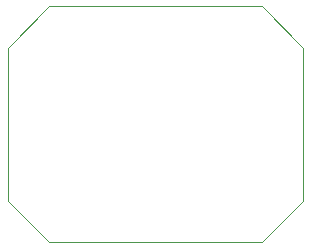
<source format=gbr>
%TF.GenerationSoftware,KiCad,Pcbnew,(6.0.9)*%
%TF.CreationDate,2024-03-30T18:12:03+01:00*%
%TF.ProjectId,HBW-IO-4-FM_Platine1,4842572d-494f-42d3-942d-464d5f506c61,rev?*%
%TF.SameCoordinates,Original*%
%TF.FileFunction,Profile,NP*%
%FSLAX46Y46*%
G04 Gerber Fmt 4.6, Leading zero omitted, Abs format (unit mm)*
G04 Created by KiCad (PCBNEW (6.0.9)) date 2024-03-30 18:12:03*
%MOMM*%
%LPD*%
G01*
G04 APERTURE LIST*
%TA.AperFunction,Profile*%
%ADD10C,0.100000*%
%TD*%
G04 APERTURE END LIST*
D10*
X145600000Y-98500000D02*
X145600000Y-85500000D01*
X142100000Y-82000000D02*
X124100000Y-82000000D01*
X145600000Y-98500000D02*
X142100000Y-102000000D01*
X120600000Y-85500000D02*
X124100000Y-82000000D01*
X145600000Y-85500000D02*
X142100000Y-82000000D01*
X120600000Y-85500000D02*
X120600000Y-98500000D01*
X124100000Y-102000000D02*
X120600000Y-98500000D01*
X124100000Y-102000000D02*
X142100000Y-102000000D01*
M02*

</source>
